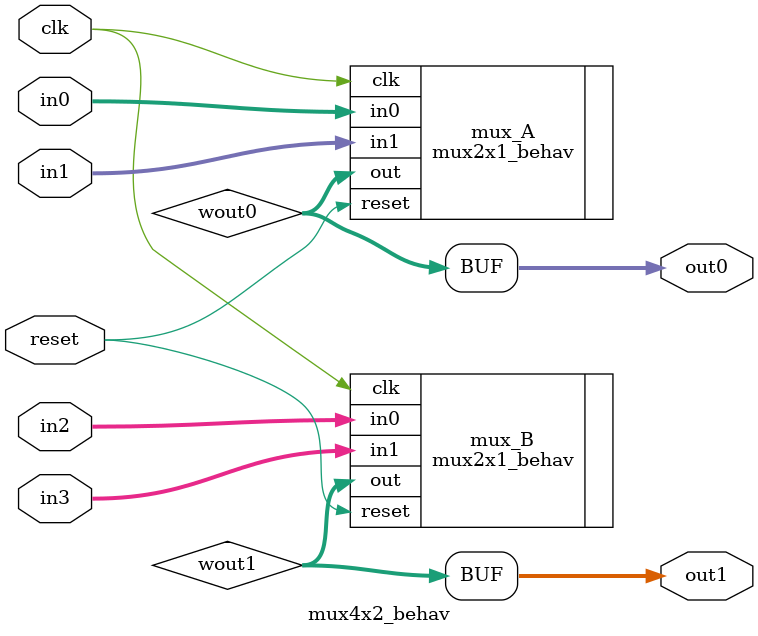
<source format=v>
`timescale 1ns / 1ps
`include "mux2x1_behav.v"

module mux4x2_behav(                	 // starts behavorial module
    
	//INPUTS
	input wire clk,         				// clock in @f
	input wire [8:0] in0,					// datas in with valid at [0] pos
	input wire [8:0] in1,
	input wire [8:0] in2,
	input wire [8:0] in3,
	input reset,							// reset in

    //OUTPUTS
	output reg [8:0] out0,					// data out0
	output reg [8:0] out1					// data out1
 );
    
    //AUXILIARY/INTERNAL NODES
	wire [8:0] wout0;
	wire [8:0] wout1;

// Conection
mux2x1_behav mux_A(				.out(wout0),
								.in0(in0),
                        		.in1(in1),
								.reset(reset),
								.clk(clk)
);
 
mux2x1_behav mux_B(				.out(wout1),
								.in0(in2),
                        		.in1(in3),
								.reset(reset),
								.clk(clk)
);

//spreading final signal
always @ (*) begin
	out0 <=	wout0;
	out1 <=	wout1;
end

endmodule                               // Mux4x2
</source>
